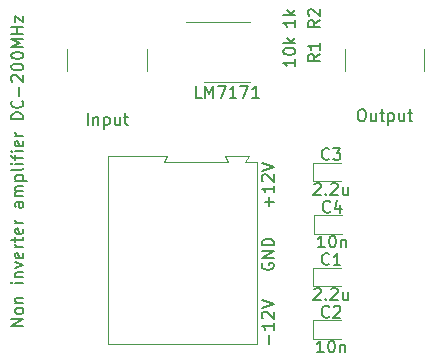
<source format=gbr>
%TF.GenerationSoftware,KiCad,Pcbnew,7.0.10*%
%TF.CreationDate,2024-06-28T18:16:17+02:00*%
%TF.ProjectId,lm7171opamp,6c6d3731-3731-46f7-9061-6d702e6b6963,rev?*%
%TF.SameCoordinates,Original*%
%TF.FileFunction,Legend,Top*%
%TF.FilePolarity,Positive*%
%FSLAX46Y46*%
G04 Gerber Fmt 4.6, Leading zero omitted, Abs format (unit mm)*
G04 Created by KiCad (PCBNEW 7.0.10) date 2024-06-28 18:16:17*
%MOMM*%
%LPD*%
G01*
G04 APERTURE LIST*
%ADD10C,0.150000*%
%ADD11C,0.120000*%
G04 APERTURE END LIST*
D10*
X82419819Y-96818220D02*
X81419819Y-96818220D01*
X81419819Y-96818220D02*
X82419819Y-96246792D01*
X82419819Y-96246792D02*
X81419819Y-96246792D01*
X82419819Y-95627744D02*
X82372200Y-95722982D01*
X82372200Y-95722982D02*
X82324580Y-95770601D01*
X82324580Y-95770601D02*
X82229342Y-95818220D01*
X82229342Y-95818220D02*
X81943628Y-95818220D01*
X81943628Y-95818220D02*
X81848390Y-95770601D01*
X81848390Y-95770601D02*
X81800771Y-95722982D01*
X81800771Y-95722982D02*
X81753152Y-95627744D01*
X81753152Y-95627744D02*
X81753152Y-95484887D01*
X81753152Y-95484887D02*
X81800771Y-95389649D01*
X81800771Y-95389649D02*
X81848390Y-95342030D01*
X81848390Y-95342030D02*
X81943628Y-95294411D01*
X81943628Y-95294411D02*
X82229342Y-95294411D01*
X82229342Y-95294411D02*
X82324580Y-95342030D01*
X82324580Y-95342030D02*
X82372200Y-95389649D01*
X82372200Y-95389649D02*
X82419819Y-95484887D01*
X82419819Y-95484887D02*
X82419819Y-95627744D01*
X81753152Y-94865839D02*
X82419819Y-94865839D01*
X81848390Y-94865839D02*
X81800771Y-94818220D01*
X81800771Y-94818220D02*
X81753152Y-94722982D01*
X81753152Y-94722982D02*
X81753152Y-94580125D01*
X81753152Y-94580125D02*
X81800771Y-94484887D01*
X81800771Y-94484887D02*
X81896009Y-94437268D01*
X81896009Y-94437268D02*
X82419819Y-94437268D01*
X82419819Y-93199172D02*
X81753152Y-93199172D01*
X81419819Y-93199172D02*
X81467438Y-93246791D01*
X81467438Y-93246791D02*
X81515057Y-93199172D01*
X81515057Y-93199172D02*
X81467438Y-93151553D01*
X81467438Y-93151553D02*
X81419819Y-93199172D01*
X81419819Y-93199172D02*
X81515057Y-93199172D01*
X81753152Y-92722982D02*
X82419819Y-92722982D01*
X81848390Y-92722982D02*
X81800771Y-92675363D01*
X81800771Y-92675363D02*
X81753152Y-92580125D01*
X81753152Y-92580125D02*
X81753152Y-92437268D01*
X81753152Y-92437268D02*
X81800771Y-92342030D01*
X81800771Y-92342030D02*
X81896009Y-92294411D01*
X81896009Y-92294411D02*
X82419819Y-92294411D01*
X81753152Y-91913458D02*
X82419819Y-91675363D01*
X82419819Y-91675363D02*
X81753152Y-91437268D01*
X82372200Y-90675363D02*
X82419819Y-90770601D01*
X82419819Y-90770601D02*
X82419819Y-90961077D01*
X82419819Y-90961077D02*
X82372200Y-91056315D01*
X82372200Y-91056315D02*
X82276961Y-91103934D01*
X82276961Y-91103934D02*
X81896009Y-91103934D01*
X81896009Y-91103934D02*
X81800771Y-91056315D01*
X81800771Y-91056315D02*
X81753152Y-90961077D01*
X81753152Y-90961077D02*
X81753152Y-90770601D01*
X81753152Y-90770601D02*
X81800771Y-90675363D01*
X81800771Y-90675363D02*
X81896009Y-90627744D01*
X81896009Y-90627744D02*
X81991247Y-90627744D01*
X81991247Y-90627744D02*
X82086485Y-91103934D01*
X82419819Y-90199172D02*
X81753152Y-90199172D01*
X81943628Y-90199172D02*
X81848390Y-90151553D01*
X81848390Y-90151553D02*
X81800771Y-90103934D01*
X81800771Y-90103934D02*
X81753152Y-90008696D01*
X81753152Y-90008696D02*
X81753152Y-89913458D01*
X81753152Y-89722981D02*
X81753152Y-89342029D01*
X81419819Y-89580124D02*
X82276961Y-89580124D01*
X82276961Y-89580124D02*
X82372200Y-89532505D01*
X82372200Y-89532505D02*
X82419819Y-89437267D01*
X82419819Y-89437267D02*
X82419819Y-89342029D01*
X82372200Y-88627743D02*
X82419819Y-88722981D01*
X82419819Y-88722981D02*
X82419819Y-88913457D01*
X82419819Y-88913457D02*
X82372200Y-89008695D01*
X82372200Y-89008695D02*
X82276961Y-89056314D01*
X82276961Y-89056314D02*
X81896009Y-89056314D01*
X81896009Y-89056314D02*
X81800771Y-89008695D01*
X81800771Y-89008695D02*
X81753152Y-88913457D01*
X81753152Y-88913457D02*
X81753152Y-88722981D01*
X81753152Y-88722981D02*
X81800771Y-88627743D01*
X81800771Y-88627743D02*
X81896009Y-88580124D01*
X81896009Y-88580124D02*
X81991247Y-88580124D01*
X81991247Y-88580124D02*
X82086485Y-89056314D01*
X82419819Y-88151552D02*
X81753152Y-88151552D01*
X81943628Y-88151552D02*
X81848390Y-88103933D01*
X81848390Y-88103933D02*
X81800771Y-88056314D01*
X81800771Y-88056314D02*
X81753152Y-87961076D01*
X81753152Y-87961076D02*
X81753152Y-87865838D01*
X82419819Y-86342028D02*
X81896009Y-86342028D01*
X81896009Y-86342028D02*
X81800771Y-86389647D01*
X81800771Y-86389647D02*
X81753152Y-86484885D01*
X81753152Y-86484885D02*
X81753152Y-86675361D01*
X81753152Y-86675361D02*
X81800771Y-86770599D01*
X82372200Y-86342028D02*
X82419819Y-86437266D01*
X82419819Y-86437266D02*
X82419819Y-86675361D01*
X82419819Y-86675361D02*
X82372200Y-86770599D01*
X82372200Y-86770599D02*
X82276961Y-86818218D01*
X82276961Y-86818218D02*
X82181723Y-86818218D01*
X82181723Y-86818218D02*
X82086485Y-86770599D01*
X82086485Y-86770599D02*
X82038866Y-86675361D01*
X82038866Y-86675361D02*
X82038866Y-86437266D01*
X82038866Y-86437266D02*
X81991247Y-86342028D01*
X82419819Y-85865837D02*
X81753152Y-85865837D01*
X81848390Y-85865837D02*
X81800771Y-85818218D01*
X81800771Y-85818218D02*
X81753152Y-85722980D01*
X81753152Y-85722980D02*
X81753152Y-85580123D01*
X81753152Y-85580123D02*
X81800771Y-85484885D01*
X81800771Y-85484885D02*
X81896009Y-85437266D01*
X81896009Y-85437266D02*
X82419819Y-85437266D01*
X81896009Y-85437266D02*
X81800771Y-85389647D01*
X81800771Y-85389647D02*
X81753152Y-85294409D01*
X81753152Y-85294409D02*
X81753152Y-85151552D01*
X81753152Y-85151552D02*
X81800771Y-85056313D01*
X81800771Y-85056313D02*
X81896009Y-85008694D01*
X81896009Y-85008694D02*
X82419819Y-85008694D01*
X81753152Y-84532504D02*
X82753152Y-84532504D01*
X81800771Y-84532504D02*
X81753152Y-84437266D01*
X81753152Y-84437266D02*
X81753152Y-84246790D01*
X81753152Y-84246790D02*
X81800771Y-84151552D01*
X81800771Y-84151552D02*
X81848390Y-84103933D01*
X81848390Y-84103933D02*
X81943628Y-84056314D01*
X81943628Y-84056314D02*
X82229342Y-84056314D01*
X82229342Y-84056314D02*
X82324580Y-84103933D01*
X82324580Y-84103933D02*
X82372200Y-84151552D01*
X82372200Y-84151552D02*
X82419819Y-84246790D01*
X82419819Y-84246790D02*
X82419819Y-84437266D01*
X82419819Y-84437266D02*
X82372200Y-84532504D01*
X82419819Y-83484885D02*
X82372200Y-83580123D01*
X82372200Y-83580123D02*
X82276961Y-83627742D01*
X82276961Y-83627742D02*
X81419819Y-83627742D01*
X82419819Y-83103932D02*
X81753152Y-83103932D01*
X81419819Y-83103932D02*
X81467438Y-83151551D01*
X81467438Y-83151551D02*
X81515057Y-83103932D01*
X81515057Y-83103932D02*
X81467438Y-83056313D01*
X81467438Y-83056313D02*
X81419819Y-83103932D01*
X81419819Y-83103932D02*
X81515057Y-83103932D01*
X81753152Y-82770599D02*
X81753152Y-82389647D01*
X82419819Y-82627742D02*
X81562676Y-82627742D01*
X81562676Y-82627742D02*
X81467438Y-82580123D01*
X81467438Y-82580123D02*
X81419819Y-82484885D01*
X81419819Y-82484885D02*
X81419819Y-82389647D01*
X82419819Y-82056313D02*
X81753152Y-82056313D01*
X81419819Y-82056313D02*
X81467438Y-82103932D01*
X81467438Y-82103932D02*
X81515057Y-82056313D01*
X81515057Y-82056313D02*
X81467438Y-82008694D01*
X81467438Y-82008694D02*
X81419819Y-82056313D01*
X81419819Y-82056313D02*
X81515057Y-82056313D01*
X82372200Y-81199171D02*
X82419819Y-81294409D01*
X82419819Y-81294409D02*
X82419819Y-81484885D01*
X82419819Y-81484885D02*
X82372200Y-81580123D01*
X82372200Y-81580123D02*
X82276961Y-81627742D01*
X82276961Y-81627742D02*
X81896009Y-81627742D01*
X81896009Y-81627742D02*
X81800771Y-81580123D01*
X81800771Y-81580123D02*
X81753152Y-81484885D01*
X81753152Y-81484885D02*
X81753152Y-81294409D01*
X81753152Y-81294409D02*
X81800771Y-81199171D01*
X81800771Y-81199171D02*
X81896009Y-81151552D01*
X81896009Y-81151552D02*
X81991247Y-81151552D01*
X81991247Y-81151552D02*
X82086485Y-81627742D01*
X82419819Y-80722980D02*
X81753152Y-80722980D01*
X81943628Y-80722980D02*
X81848390Y-80675361D01*
X81848390Y-80675361D02*
X81800771Y-80627742D01*
X81800771Y-80627742D02*
X81753152Y-80532504D01*
X81753152Y-80532504D02*
X81753152Y-80437266D01*
X82419819Y-79342027D02*
X81419819Y-79342027D01*
X81419819Y-79342027D02*
X81419819Y-79103932D01*
X81419819Y-79103932D02*
X81467438Y-78961075D01*
X81467438Y-78961075D02*
X81562676Y-78865837D01*
X81562676Y-78865837D02*
X81657914Y-78818218D01*
X81657914Y-78818218D02*
X81848390Y-78770599D01*
X81848390Y-78770599D02*
X81991247Y-78770599D01*
X81991247Y-78770599D02*
X82181723Y-78818218D01*
X82181723Y-78818218D02*
X82276961Y-78865837D01*
X82276961Y-78865837D02*
X82372200Y-78961075D01*
X82372200Y-78961075D02*
X82419819Y-79103932D01*
X82419819Y-79103932D02*
X82419819Y-79342027D01*
X82324580Y-77770599D02*
X82372200Y-77818218D01*
X82372200Y-77818218D02*
X82419819Y-77961075D01*
X82419819Y-77961075D02*
X82419819Y-78056313D01*
X82419819Y-78056313D02*
X82372200Y-78199170D01*
X82372200Y-78199170D02*
X82276961Y-78294408D01*
X82276961Y-78294408D02*
X82181723Y-78342027D01*
X82181723Y-78342027D02*
X81991247Y-78389646D01*
X81991247Y-78389646D02*
X81848390Y-78389646D01*
X81848390Y-78389646D02*
X81657914Y-78342027D01*
X81657914Y-78342027D02*
X81562676Y-78294408D01*
X81562676Y-78294408D02*
X81467438Y-78199170D01*
X81467438Y-78199170D02*
X81419819Y-78056313D01*
X81419819Y-78056313D02*
X81419819Y-77961075D01*
X81419819Y-77961075D02*
X81467438Y-77818218D01*
X81467438Y-77818218D02*
X81515057Y-77770599D01*
X82038866Y-77342027D02*
X82038866Y-76580123D01*
X81515057Y-76151551D02*
X81467438Y-76103932D01*
X81467438Y-76103932D02*
X81419819Y-76008694D01*
X81419819Y-76008694D02*
X81419819Y-75770599D01*
X81419819Y-75770599D02*
X81467438Y-75675361D01*
X81467438Y-75675361D02*
X81515057Y-75627742D01*
X81515057Y-75627742D02*
X81610295Y-75580123D01*
X81610295Y-75580123D02*
X81705533Y-75580123D01*
X81705533Y-75580123D02*
X81848390Y-75627742D01*
X81848390Y-75627742D02*
X82419819Y-76199170D01*
X82419819Y-76199170D02*
X82419819Y-75580123D01*
X81419819Y-74961075D02*
X81419819Y-74865837D01*
X81419819Y-74865837D02*
X81467438Y-74770599D01*
X81467438Y-74770599D02*
X81515057Y-74722980D01*
X81515057Y-74722980D02*
X81610295Y-74675361D01*
X81610295Y-74675361D02*
X81800771Y-74627742D01*
X81800771Y-74627742D02*
X82038866Y-74627742D01*
X82038866Y-74627742D02*
X82229342Y-74675361D01*
X82229342Y-74675361D02*
X82324580Y-74722980D01*
X82324580Y-74722980D02*
X82372200Y-74770599D01*
X82372200Y-74770599D02*
X82419819Y-74865837D01*
X82419819Y-74865837D02*
X82419819Y-74961075D01*
X82419819Y-74961075D02*
X82372200Y-75056313D01*
X82372200Y-75056313D02*
X82324580Y-75103932D01*
X82324580Y-75103932D02*
X82229342Y-75151551D01*
X82229342Y-75151551D02*
X82038866Y-75199170D01*
X82038866Y-75199170D02*
X81800771Y-75199170D01*
X81800771Y-75199170D02*
X81610295Y-75151551D01*
X81610295Y-75151551D02*
X81515057Y-75103932D01*
X81515057Y-75103932D02*
X81467438Y-75056313D01*
X81467438Y-75056313D02*
X81419819Y-74961075D01*
X81419819Y-74008694D02*
X81419819Y-73913456D01*
X81419819Y-73913456D02*
X81467438Y-73818218D01*
X81467438Y-73818218D02*
X81515057Y-73770599D01*
X81515057Y-73770599D02*
X81610295Y-73722980D01*
X81610295Y-73722980D02*
X81800771Y-73675361D01*
X81800771Y-73675361D02*
X82038866Y-73675361D01*
X82038866Y-73675361D02*
X82229342Y-73722980D01*
X82229342Y-73722980D02*
X82324580Y-73770599D01*
X82324580Y-73770599D02*
X82372200Y-73818218D01*
X82372200Y-73818218D02*
X82419819Y-73913456D01*
X82419819Y-73913456D02*
X82419819Y-74008694D01*
X82419819Y-74008694D02*
X82372200Y-74103932D01*
X82372200Y-74103932D02*
X82324580Y-74151551D01*
X82324580Y-74151551D02*
X82229342Y-74199170D01*
X82229342Y-74199170D02*
X82038866Y-74246789D01*
X82038866Y-74246789D02*
X81800771Y-74246789D01*
X81800771Y-74246789D02*
X81610295Y-74199170D01*
X81610295Y-74199170D02*
X81515057Y-74151551D01*
X81515057Y-74151551D02*
X81467438Y-74103932D01*
X81467438Y-74103932D02*
X81419819Y-74008694D01*
X82419819Y-73246789D02*
X81419819Y-73246789D01*
X81419819Y-73246789D02*
X82134104Y-72913456D01*
X82134104Y-72913456D02*
X81419819Y-72580123D01*
X81419819Y-72580123D02*
X82419819Y-72580123D01*
X82419819Y-72103932D02*
X81419819Y-72103932D01*
X81896009Y-72103932D02*
X81896009Y-71532504D01*
X82419819Y-71532504D02*
X81419819Y-71532504D01*
X81753152Y-71151551D02*
X81753152Y-70627742D01*
X81753152Y-70627742D02*
X82419819Y-71151551D01*
X82419819Y-71151551D02*
X82419819Y-70627742D01*
X107549819Y-73826666D02*
X107073628Y-74159999D01*
X107549819Y-74398094D02*
X106549819Y-74398094D01*
X106549819Y-74398094D02*
X106549819Y-74017142D01*
X106549819Y-74017142D02*
X106597438Y-73921904D01*
X106597438Y-73921904D02*
X106645057Y-73874285D01*
X106645057Y-73874285D02*
X106740295Y-73826666D01*
X106740295Y-73826666D02*
X106883152Y-73826666D01*
X106883152Y-73826666D02*
X106978390Y-73874285D01*
X106978390Y-73874285D02*
X107026009Y-73921904D01*
X107026009Y-73921904D02*
X107073628Y-74017142D01*
X107073628Y-74017142D02*
X107073628Y-74398094D01*
X107549819Y-72874285D02*
X107549819Y-73445713D01*
X107549819Y-73159999D02*
X106549819Y-73159999D01*
X106549819Y-73159999D02*
X106692676Y-73255237D01*
X106692676Y-73255237D02*
X106787914Y-73350475D01*
X106787914Y-73350475D02*
X106835533Y-73445713D01*
X105449819Y-74255238D02*
X105449819Y-74826666D01*
X105449819Y-74540952D02*
X104449819Y-74540952D01*
X104449819Y-74540952D02*
X104592676Y-74636190D01*
X104592676Y-74636190D02*
X104687914Y-74731428D01*
X104687914Y-74731428D02*
X104735533Y-74826666D01*
X104449819Y-73636190D02*
X104449819Y-73540952D01*
X104449819Y-73540952D02*
X104497438Y-73445714D01*
X104497438Y-73445714D02*
X104545057Y-73398095D01*
X104545057Y-73398095D02*
X104640295Y-73350476D01*
X104640295Y-73350476D02*
X104830771Y-73302857D01*
X104830771Y-73302857D02*
X105068866Y-73302857D01*
X105068866Y-73302857D02*
X105259342Y-73350476D01*
X105259342Y-73350476D02*
X105354580Y-73398095D01*
X105354580Y-73398095D02*
X105402200Y-73445714D01*
X105402200Y-73445714D02*
X105449819Y-73540952D01*
X105449819Y-73540952D02*
X105449819Y-73636190D01*
X105449819Y-73636190D02*
X105402200Y-73731428D01*
X105402200Y-73731428D02*
X105354580Y-73779047D01*
X105354580Y-73779047D02*
X105259342Y-73826666D01*
X105259342Y-73826666D02*
X105068866Y-73874285D01*
X105068866Y-73874285D02*
X104830771Y-73874285D01*
X104830771Y-73874285D02*
X104640295Y-73826666D01*
X104640295Y-73826666D02*
X104545057Y-73779047D01*
X104545057Y-73779047D02*
X104497438Y-73731428D01*
X104497438Y-73731428D02*
X104449819Y-73636190D01*
X105449819Y-72874285D02*
X104449819Y-72874285D01*
X105068866Y-72779047D02*
X105449819Y-72493333D01*
X104783152Y-72493333D02*
X105164104Y-72874285D01*
X108340833Y-96034580D02*
X108293214Y-96082200D01*
X108293214Y-96082200D02*
X108150357Y-96129819D01*
X108150357Y-96129819D02*
X108055119Y-96129819D01*
X108055119Y-96129819D02*
X107912262Y-96082200D01*
X107912262Y-96082200D02*
X107817024Y-95986961D01*
X107817024Y-95986961D02*
X107769405Y-95891723D01*
X107769405Y-95891723D02*
X107721786Y-95701247D01*
X107721786Y-95701247D02*
X107721786Y-95558390D01*
X107721786Y-95558390D02*
X107769405Y-95367914D01*
X107769405Y-95367914D02*
X107817024Y-95272676D01*
X107817024Y-95272676D02*
X107912262Y-95177438D01*
X107912262Y-95177438D02*
X108055119Y-95129819D01*
X108055119Y-95129819D02*
X108150357Y-95129819D01*
X108150357Y-95129819D02*
X108293214Y-95177438D01*
X108293214Y-95177438D02*
X108340833Y-95225057D01*
X108721786Y-95225057D02*
X108769405Y-95177438D01*
X108769405Y-95177438D02*
X108864643Y-95129819D01*
X108864643Y-95129819D02*
X109102738Y-95129819D01*
X109102738Y-95129819D02*
X109197976Y-95177438D01*
X109197976Y-95177438D02*
X109245595Y-95225057D01*
X109245595Y-95225057D02*
X109293214Y-95320295D01*
X109293214Y-95320295D02*
X109293214Y-95415533D01*
X109293214Y-95415533D02*
X109245595Y-95558390D01*
X109245595Y-95558390D02*
X108674167Y-96129819D01*
X108674167Y-96129819D02*
X109293214Y-96129819D01*
X107864642Y-99089819D02*
X107293214Y-99089819D01*
X107578928Y-99089819D02*
X107578928Y-98089819D01*
X107578928Y-98089819D02*
X107483690Y-98232676D01*
X107483690Y-98232676D02*
X107388452Y-98327914D01*
X107388452Y-98327914D02*
X107293214Y-98375533D01*
X108483690Y-98089819D02*
X108578928Y-98089819D01*
X108578928Y-98089819D02*
X108674166Y-98137438D01*
X108674166Y-98137438D02*
X108721785Y-98185057D01*
X108721785Y-98185057D02*
X108769404Y-98280295D01*
X108769404Y-98280295D02*
X108817023Y-98470771D01*
X108817023Y-98470771D02*
X108817023Y-98708866D01*
X108817023Y-98708866D02*
X108769404Y-98899342D01*
X108769404Y-98899342D02*
X108721785Y-98994580D01*
X108721785Y-98994580D02*
X108674166Y-99042200D01*
X108674166Y-99042200D02*
X108578928Y-99089819D01*
X108578928Y-99089819D02*
X108483690Y-99089819D01*
X108483690Y-99089819D02*
X108388452Y-99042200D01*
X108388452Y-99042200D02*
X108340833Y-98994580D01*
X108340833Y-98994580D02*
X108293214Y-98899342D01*
X108293214Y-98899342D02*
X108245595Y-98708866D01*
X108245595Y-98708866D02*
X108245595Y-98470771D01*
X108245595Y-98470771D02*
X108293214Y-98280295D01*
X108293214Y-98280295D02*
X108340833Y-98185057D01*
X108340833Y-98185057D02*
X108388452Y-98137438D01*
X108388452Y-98137438D02*
X108483690Y-98089819D01*
X109245595Y-98423152D02*
X109245595Y-99089819D01*
X109245595Y-98518390D02*
X109293214Y-98470771D01*
X109293214Y-98470771D02*
X109388452Y-98423152D01*
X109388452Y-98423152D02*
X109531309Y-98423152D01*
X109531309Y-98423152D02*
X109626547Y-98470771D01*
X109626547Y-98470771D02*
X109674166Y-98566009D01*
X109674166Y-98566009D02*
X109674166Y-99089819D01*
X97528333Y-77514819D02*
X97052143Y-77514819D01*
X97052143Y-77514819D02*
X97052143Y-76514819D01*
X97861667Y-77514819D02*
X97861667Y-76514819D01*
X97861667Y-76514819D02*
X98195000Y-77229104D01*
X98195000Y-77229104D02*
X98528333Y-76514819D01*
X98528333Y-76514819D02*
X98528333Y-77514819D01*
X98909286Y-76514819D02*
X99575952Y-76514819D01*
X99575952Y-76514819D02*
X99147381Y-77514819D01*
X100480714Y-77514819D02*
X99909286Y-77514819D01*
X100195000Y-77514819D02*
X100195000Y-76514819D01*
X100195000Y-76514819D02*
X100099762Y-76657676D01*
X100099762Y-76657676D02*
X100004524Y-76752914D01*
X100004524Y-76752914D02*
X99909286Y-76800533D01*
X100814048Y-76514819D02*
X101480714Y-76514819D01*
X101480714Y-76514819D02*
X101052143Y-77514819D01*
X102385476Y-77514819D02*
X101814048Y-77514819D01*
X102099762Y-77514819D02*
X102099762Y-76514819D01*
X102099762Y-76514819D02*
X102004524Y-76657676D01*
X102004524Y-76657676D02*
X101909286Y-76752914D01*
X101909286Y-76752914D02*
X101814048Y-76800533D01*
X108340833Y-82699580D02*
X108293214Y-82747200D01*
X108293214Y-82747200D02*
X108150357Y-82794819D01*
X108150357Y-82794819D02*
X108055119Y-82794819D01*
X108055119Y-82794819D02*
X107912262Y-82747200D01*
X107912262Y-82747200D02*
X107817024Y-82651961D01*
X107817024Y-82651961D02*
X107769405Y-82556723D01*
X107769405Y-82556723D02*
X107721786Y-82366247D01*
X107721786Y-82366247D02*
X107721786Y-82223390D01*
X107721786Y-82223390D02*
X107769405Y-82032914D01*
X107769405Y-82032914D02*
X107817024Y-81937676D01*
X107817024Y-81937676D02*
X107912262Y-81842438D01*
X107912262Y-81842438D02*
X108055119Y-81794819D01*
X108055119Y-81794819D02*
X108150357Y-81794819D01*
X108150357Y-81794819D02*
X108293214Y-81842438D01*
X108293214Y-81842438D02*
X108340833Y-81890057D01*
X108674167Y-81794819D02*
X109293214Y-81794819D01*
X109293214Y-81794819D02*
X108959881Y-82175771D01*
X108959881Y-82175771D02*
X109102738Y-82175771D01*
X109102738Y-82175771D02*
X109197976Y-82223390D01*
X109197976Y-82223390D02*
X109245595Y-82271009D01*
X109245595Y-82271009D02*
X109293214Y-82366247D01*
X109293214Y-82366247D02*
X109293214Y-82604342D01*
X109293214Y-82604342D02*
X109245595Y-82699580D01*
X109245595Y-82699580D02*
X109197976Y-82747200D01*
X109197976Y-82747200D02*
X109102738Y-82794819D01*
X109102738Y-82794819D02*
X108817024Y-82794819D01*
X108817024Y-82794819D02*
X108721786Y-82747200D01*
X108721786Y-82747200D02*
X108674167Y-82699580D01*
X107055119Y-84850057D02*
X107102738Y-84802438D01*
X107102738Y-84802438D02*
X107197976Y-84754819D01*
X107197976Y-84754819D02*
X107436071Y-84754819D01*
X107436071Y-84754819D02*
X107531309Y-84802438D01*
X107531309Y-84802438D02*
X107578928Y-84850057D01*
X107578928Y-84850057D02*
X107626547Y-84945295D01*
X107626547Y-84945295D02*
X107626547Y-85040533D01*
X107626547Y-85040533D02*
X107578928Y-85183390D01*
X107578928Y-85183390D02*
X107007500Y-85754819D01*
X107007500Y-85754819D02*
X107626547Y-85754819D01*
X108055119Y-85659580D02*
X108102738Y-85707200D01*
X108102738Y-85707200D02*
X108055119Y-85754819D01*
X108055119Y-85754819D02*
X108007500Y-85707200D01*
X108007500Y-85707200D02*
X108055119Y-85659580D01*
X108055119Y-85659580D02*
X108055119Y-85754819D01*
X108483690Y-84850057D02*
X108531309Y-84802438D01*
X108531309Y-84802438D02*
X108626547Y-84754819D01*
X108626547Y-84754819D02*
X108864642Y-84754819D01*
X108864642Y-84754819D02*
X108959880Y-84802438D01*
X108959880Y-84802438D02*
X109007499Y-84850057D01*
X109007499Y-84850057D02*
X109055118Y-84945295D01*
X109055118Y-84945295D02*
X109055118Y-85040533D01*
X109055118Y-85040533D02*
X109007499Y-85183390D01*
X109007499Y-85183390D02*
X108436071Y-85754819D01*
X108436071Y-85754819D02*
X109055118Y-85754819D01*
X109912261Y-85088152D02*
X109912261Y-85754819D01*
X109483690Y-85088152D02*
X109483690Y-85611961D01*
X109483690Y-85611961D02*
X109531309Y-85707200D01*
X109531309Y-85707200D02*
X109626547Y-85754819D01*
X109626547Y-85754819D02*
X109769404Y-85754819D01*
X109769404Y-85754819D02*
X109864642Y-85707200D01*
X109864642Y-85707200D02*
X109912261Y-85659580D01*
X103258866Y-98346428D02*
X103258866Y-97584524D01*
X103639819Y-96584524D02*
X103639819Y-97155952D01*
X103639819Y-96870238D02*
X102639819Y-96870238D01*
X102639819Y-96870238D02*
X102782676Y-96965476D01*
X102782676Y-96965476D02*
X102877914Y-97060714D01*
X102877914Y-97060714D02*
X102925533Y-97155952D01*
X102735057Y-96203571D02*
X102687438Y-96155952D01*
X102687438Y-96155952D02*
X102639819Y-96060714D01*
X102639819Y-96060714D02*
X102639819Y-95822619D01*
X102639819Y-95822619D02*
X102687438Y-95727381D01*
X102687438Y-95727381D02*
X102735057Y-95679762D01*
X102735057Y-95679762D02*
X102830295Y-95632143D01*
X102830295Y-95632143D02*
X102925533Y-95632143D01*
X102925533Y-95632143D02*
X103068390Y-95679762D01*
X103068390Y-95679762D02*
X103639819Y-96251190D01*
X103639819Y-96251190D02*
X103639819Y-95632143D01*
X102639819Y-95346428D02*
X103639819Y-95013095D01*
X103639819Y-95013095D02*
X102639819Y-94679762D01*
X102687438Y-91536904D02*
X102639819Y-91632142D01*
X102639819Y-91632142D02*
X102639819Y-91774999D01*
X102639819Y-91774999D02*
X102687438Y-91917856D01*
X102687438Y-91917856D02*
X102782676Y-92013094D01*
X102782676Y-92013094D02*
X102877914Y-92060713D01*
X102877914Y-92060713D02*
X103068390Y-92108332D01*
X103068390Y-92108332D02*
X103211247Y-92108332D01*
X103211247Y-92108332D02*
X103401723Y-92060713D01*
X103401723Y-92060713D02*
X103496961Y-92013094D01*
X103496961Y-92013094D02*
X103592200Y-91917856D01*
X103592200Y-91917856D02*
X103639819Y-91774999D01*
X103639819Y-91774999D02*
X103639819Y-91679761D01*
X103639819Y-91679761D02*
X103592200Y-91536904D01*
X103592200Y-91536904D02*
X103544580Y-91489285D01*
X103544580Y-91489285D02*
X103211247Y-91489285D01*
X103211247Y-91489285D02*
X103211247Y-91679761D01*
X103639819Y-91060713D02*
X102639819Y-91060713D01*
X102639819Y-91060713D02*
X103639819Y-90489285D01*
X103639819Y-90489285D02*
X102639819Y-90489285D01*
X103639819Y-90013094D02*
X102639819Y-90013094D01*
X102639819Y-90013094D02*
X102639819Y-89774999D01*
X102639819Y-89774999D02*
X102687438Y-89632142D01*
X102687438Y-89632142D02*
X102782676Y-89536904D01*
X102782676Y-89536904D02*
X102877914Y-89489285D01*
X102877914Y-89489285D02*
X103068390Y-89441666D01*
X103068390Y-89441666D02*
X103211247Y-89441666D01*
X103211247Y-89441666D02*
X103401723Y-89489285D01*
X103401723Y-89489285D02*
X103496961Y-89536904D01*
X103496961Y-89536904D02*
X103592200Y-89632142D01*
X103592200Y-89632142D02*
X103639819Y-89774999D01*
X103639819Y-89774999D02*
X103639819Y-90013094D01*
X103258866Y-86727379D02*
X103258866Y-85965475D01*
X103639819Y-86346427D02*
X102877914Y-86346427D01*
X103639819Y-84965475D02*
X103639819Y-85536903D01*
X103639819Y-85251189D02*
X102639819Y-85251189D01*
X102639819Y-85251189D02*
X102782676Y-85346427D01*
X102782676Y-85346427D02*
X102877914Y-85441665D01*
X102877914Y-85441665D02*
X102925533Y-85536903D01*
X102735057Y-84584522D02*
X102687438Y-84536903D01*
X102687438Y-84536903D02*
X102639819Y-84441665D01*
X102639819Y-84441665D02*
X102639819Y-84203570D01*
X102639819Y-84203570D02*
X102687438Y-84108332D01*
X102687438Y-84108332D02*
X102735057Y-84060713D01*
X102735057Y-84060713D02*
X102830295Y-84013094D01*
X102830295Y-84013094D02*
X102925533Y-84013094D01*
X102925533Y-84013094D02*
X103068390Y-84060713D01*
X103068390Y-84060713D02*
X103639819Y-84632141D01*
X103639819Y-84632141D02*
X103639819Y-84013094D01*
X102639819Y-83727379D02*
X103639819Y-83394046D01*
X103639819Y-83394046D02*
X102639819Y-83060713D01*
X87892143Y-79829819D02*
X87892143Y-78829819D01*
X88368333Y-79163152D02*
X88368333Y-79829819D01*
X88368333Y-79258390D02*
X88415952Y-79210771D01*
X88415952Y-79210771D02*
X88511190Y-79163152D01*
X88511190Y-79163152D02*
X88654047Y-79163152D01*
X88654047Y-79163152D02*
X88749285Y-79210771D01*
X88749285Y-79210771D02*
X88796904Y-79306009D01*
X88796904Y-79306009D02*
X88796904Y-79829819D01*
X89273095Y-79163152D02*
X89273095Y-80163152D01*
X89273095Y-79210771D02*
X89368333Y-79163152D01*
X89368333Y-79163152D02*
X89558809Y-79163152D01*
X89558809Y-79163152D02*
X89654047Y-79210771D01*
X89654047Y-79210771D02*
X89701666Y-79258390D01*
X89701666Y-79258390D02*
X89749285Y-79353628D01*
X89749285Y-79353628D02*
X89749285Y-79639342D01*
X89749285Y-79639342D02*
X89701666Y-79734580D01*
X89701666Y-79734580D02*
X89654047Y-79782200D01*
X89654047Y-79782200D02*
X89558809Y-79829819D01*
X89558809Y-79829819D02*
X89368333Y-79829819D01*
X89368333Y-79829819D02*
X89273095Y-79782200D01*
X90606428Y-79163152D02*
X90606428Y-79829819D01*
X90177857Y-79163152D02*
X90177857Y-79686961D01*
X90177857Y-79686961D02*
X90225476Y-79782200D01*
X90225476Y-79782200D02*
X90320714Y-79829819D01*
X90320714Y-79829819D02*
X90463571Y-79829819D01*
X90463571Y-79829819D02*
X90558809Y-79782200D01*
X90558809Y-79782200D02*
X90606428Y-79734580D01*
X90939762Y-79163152D02*
X91320714Y-79163152D01*
X91082619Y-78829819D02*
X91082619Y-79686961D01*
X91082619Y-79686961D02*
X91130238Y-79782200D01*
X91130238Y-79782200D02*
X91225476Y-79829819D01*
X91225476Y-79829819D02*
X91320714Y-79829819D01*
X107549819Y-70966666D02*
X107073628Y-71299999D01*
X107549819Y-71538094D02*
X106549819Y-71538094D01*
X106549819Y-71538094D02*
X106549819Y-71157142D01*
X106549819Y-71157142D02*
X106597438Y-71061904D01*
X106597438Y-71061904D02*
X106645057Y-71014285D01*
X106645057Y-71014285D02*
X106740295Y-70966666D01*
X106740295Y-70966666D02*
X106883152Y-70966666D01*
X106883152Y-70966666D02*
X106978390Y-71014285D01*
X106978390Y-71014285D02*
X107026009Y-71061904D01*
X107026009Y-71061904D02*
X107073628Y-71157142D01*
X107073628Y-71157142D02*
X107073628Y-71538094D01*
X106645057Y-70585713D02*
X106597438Y-70538094D01*
X106597438Y-70538094D02*
X106549819Y-70442856D01*
X106549819Y-70442856D02*
X106549819Y-70204761D01*
X106549819Y-70204761D02*
X106597438Y-70109523D01*
X106597438Y-70109523D02*
X106645057Y-70061904D01*
X106645057Y-70061904D02*
X106740295Y-70014285D01*
X106740295Y-70014285D02*
X106835533Y-70014285D01*
X106835533Y-70014285D02*
X106978390Y-70061904D01*
X106978390Y-70061904D02*
X107549819Y-70633332D01*
X107549819Y-70633332D02*
X107549819Y-70014285D01*
X105449819Y-70919047D02*
X105449819Y-71490475D01*
X105449819Y-71204761D02*
X104449819Y-71204761D01*
X104449819Y-71204761D02*
X104592676Y-71299999D01*
X104592676Y-71299999D02*
X104687914Y-71395237D01*
X104687914Y-71395237D02*
X104735533Y-71490475D01*
X105449819Y-70490475D02*
X104449819Y-70490475D01*
X105068866Y-70395237D02*
X105449819Y-70109523D01*
X104783152Y-70109523D02*
X105164104Y-70490475D01*
X108340833Y-91589580D02*
X108293214Y-91637200D01*
X108293214Y-91637200D02*
X108150357Y-91684819D01*
X108150357Y-91684819D02*
X108055119Y-91684819D01*
X108055119Y-91684819D02*
X107912262Y-91637200D01*
X107912262Y-91637200D02*
X107817024Y-91541961D01*
X107817024Y-91541961D02*
X107769405Y-91446723D01*
X107769405Y-91446723D02*
X107721786Y-91256247D01*
X107721786Y-91256247D02*
X107721786Y-91113390D01*
X107721786Y-91113390D02*
X107769405Y-90922914D01*
X107769405Y-90922914D02*
X107817024Y-90827676D01*
X107817024Y-90827676D02*
X107912262Y-90732438D01*
X107912262Y-90732438D02*
X108055119Y-90684819D01*
X108055119Y-90684819D02*
X108150357Y-90684819D01*
X108150357Y-90684819D02*
X108293214Y-90732438D01*
X108293214Y-90732438D02*
X108340833Y-90780057D01*
X109293214Y-91684819D02*
X108721786Y-91684819D01*
X109007500Y-91684819D02*
X109007500Y-90684819D01*
X109007500Y-90684819D02*
X108912262Y-90827676D01*
X108912262Y-90827676D02*
X108817024Y-90922914D01*
X108817024Y-90922914D02*
X108721786Y-90970533D01*
X107055119Y-93740057D02*
X107102738Y-93692438D01*
X107102738Y-93692438D02*
X107197976Y-93644819D01*
X107197976Y-93644819D02*
X107436071Y-93644819D01*
X107436071Y-93644819D02*
X107531309Y-93692438D01*
X107531309Y-93692438D02*
X107578928Y-93740057D01*
X107578928Y-93740057D02*
X107626547Y-93835295D01*
X107626547Y-93835295D02*
X107626547Y-93930533D01*
X107626547Y-93930533D02*
X107578928Y-94073390D01*
X107578928Y-94073390D02*
X107007500Y-94644819D01*
X107007500Y-94644819D02*
X107626547Y-94644819D01*
X108055119Y-94549580D02*
X108102738Y-94597200D01*
X108102738Y-94597200D02*
X108055119Y-94644819D01*
X108055119Y-94644819D02*
X108007500Y-94597200D01*
X108007500Y-94597200D02*
X108055119Y-94549580D01*
X108055119Y-94549580D02*
X108055119Y-94644819D01*
X108483690Y-93740057D02*
X108531309Y-93692438D01*
X108531309Y-93692438D02*
X108626547Y-93644819D01*
X108626547Y-93644819D02*
X108864642Y-93644819D01*
X108864642Y-93644819D02*
X108959880Y-93692438D01*
X108959880Y-93692438D02*
X109007499Y-93740057D01*
X109007499Y-93740057D02*
X109055118Y-93835295D01*
X109055118Y-93835295D02*
X109055118Y-93930533D01*
X109055118Y-93930533D02*
X109007499Y-94073390D01*
X109007499Y-94073390D02*
X108436071Y-94644819D01*
X108436071Y-94644819D02*
X109055118Y-94644819D01*
X109912261Y-93978152D02*
X109912261Y-94644819D01*
X109483690Y-93978152D02*
X109483690Y-94501961D01*
X109483690Y-94501961D02*
X109531309Y-94597200D01*
X109531309Y-94597200D02*
X109626547Y-94644819D01*
X109626547Y-94644819D02*
X109769404Y-94644819D01*
X109769404Y-94644819D02*
X109864642Y-94597200D01*
X109864642Y-94597200D02*
X109912261Y-94549580D01*
X108418333Y-87144580D02*
X108370714Y-87192200D01*
X108370714Y-87192200D02*
X108227857Y-87239819D01*
X108227857Y-87239819D02*
X108132619Y-87239819D01*
X108132619Y-87239819D02*
X107989762Y-87192200D01*
X107989762Y-87192200D02*
X107894524Y-87096961D01*
X107894524Y-87096961D02*
X107846905Y-87001723D01*
X107846905Y-87001723D02*
X107799286Y-86811247D01*
X107799286Y-86811247D02*
X107799286Y-86668390D01*
X107799286Y-86668390D02*
X107846905Y-86477914D01*
X107846905Y-86477914D02*
X107894524Y-86382676D01*
X107894524Y-86382676D02*
X107989762Y-86287438D01*
X107989762Y-86287438D02*
X108132619Y-86239819D01*
X108132619Y-86239819D02*
X108227857Y-86239819D01*
X108227857Y-86239819D02*
X108370714Y-86287438D01*
X108370714Y-86287438D02*
X108418333Y-86335057D01*
X109275476Y-86573152D02*
X109275476Y-87239819D01*
X109037381Y-86192200D02*
X108799286Y-86906485D01*
X108799286Y-86906485D02*
X109418333Y-86906485D01*
X107942142Y-90199819D02*
X107370714Y-90199819D01*
X107656428Y-90199819D02*
X107656428Y-89199819D01*
X107656428Y-89199819D02*
X107561190Y-89342676D01*
X107561190Y-89342676D02*
X107465952Y-89437914D01*
X107465952Y-89437914D02*
X107370714Y-89485533D01*
X108561190Y-89199819D02*
X108656428Y-89199819D01*
X108656428Y-89199819D02*
X108751666Y-89247438D01*
X108751666Y-89247438D02*
X108799285Y-89295057D01*
X108799285Y-89295057D02*
X108846904Y-89390295D01*
X108846904Y-89390295D02*
X108894523Y-89580771D01*
X108894523Y-89580771D02*
X108894523Y-89818866D01*
X108894523Y-89818866D02*
X108846904Y-90009342D01*
X108846904Y-90009342D02*
X108799285Y-90104580D01*
X108799285Y-90104580D02*
X108751666Y-90152200D01*
X108751666Y-90152200D02*
X108656428Y-90199819D01*
X108656428Y-90199819D02*
X108561190Y-90199819D01*
X108561190Y-90199819D02*
X108465952Y-90152200D01*
X108465952Y-90152200D02*
X108418333Y-90104580D01*
X108418333Y-90104580D02*
X108370714Y-90009342D01*
X108370714Y-90009342D02*
X108323095Y-89818866D01*
X108323095Y-89818866D02*
X108323095Y-89580771D01*
X108323095Y-89580771D02*
X108370714Y-89390295D01*
X108370714Y-89390295D02*
X108418333Y-89295057D01*
X108418333Y-89295057D02*
X108465952Y-89247438D01*
X108465952Y-89247438D02*
X108561190Y-89199819D01*
X109323095Y-89533152D02*
X109323095Y-90199819D01*
X109323095Y-89628390D02*
X109370714Y-89580771D01*
X109370714Y-89580771D02*
X109465952Y-89533152D01*
X109465952Y-89533152D02*
X109608809Y-89533152D01*
X109608809Y-89533152D02*
X109704047Y-89580771D01*
X109704047Y-89580771D02*
X109751666Y-89676009D01*
X109751666Y-89676009D02*
X109751666Y-90199819D01*
X111006190Y-78499819D02*
X111196666Y-78499819D01*
X111196666Y-78499819D02*
X111291904Y-78547438D01*
X111291904Y-78547438D02*
X111387142Y-78642676D01*
X111387142Y-78642676D02*
X111434761Y-78833152D01*
X111434761Y-78833152D02*
X111434761Y-79166485D01*
X111434761Y-79166485D02*
X111387142Y-79356961D01*
X111387142Y-79356961D02*
X111291904Y-79452200D01*
X111291904Y-79452200D02*
X111196666Y-79499819D01*
X111196666Y-79499819D02*
X111006190Y-79499819D01*
X111006190Y-79499819D02*
X110910952Y-79452200D01*
X110910952Y-79452200D02*
X110815714Y-79356961D01*
X110815714Y-79356961D02*
X110768095Y-79166485D01*
X110768095Y-79166485D02*
X110768095Y-78833152D01*
X110768095Y-78833152D02*
X110815714Y-78642676D01*
X110815714Y-78642676D02*
X110910952Y-78547438D01*
X110910952Y-78547438D02*
X111006190Y-78499819D01*
X112291904Y-78833152D02*
X112291904Y-79499819D01*
X111863333Y-78833152D02*
X111863333Y-79356961D01*
X111863333Y-79356961D02*
X111910952Y-79452200D01*
X111910952Y-79452200D02*
X112006190Y-79499819D01*
X112006190Y-79499819D02*
X112149047Y-79499819D01*
X112149047Y-79499819D02*
X112244285Y-79452200D01*
X112244285Y-79452200D02*
X112291904Y-79404580D01*
X112625238Y-78833152D02*
X113006190Y-78833152D01*
X112768095Y-78499819D02*
X112768095Y-79356961D01*
X112768095Y-79356961D02*
X112815714Y-79452200D01*
X112815714Y-79452200D02*
X112910952Y-79499819D01*
X112910952Y-79499819D02*
X113006190Y-79499819D01*
X113339524Y-78833152D02*
X113339524Y-79833152D01*
X113339524Y-78880771D02*
X113434762Y-78833152D01*
X113434762Y-78833152D02*
X113625238Y-78833152D01*
X113625238Y-78833152D02*
X113720476Y-78880771D01*
X113720476Y-78880771D02*
X113768095Y-78928390D01*
X113768095Y-78928390D02*
X113815714Y-79023628D01*
X113815714Y-79023628D02*
X113815714Y-79309342D01*
X113815714Y-79309342D02*
X113768095Y-79404580D01*
X113768095Y-79404580D02*
X113720476Y-79452200D01*
X113720476Y-79452200D02*
X113625238Y-79499819D01*
X113625238Y-79499819D02*
X113434762Y-79499819D01*
X113434762Y-79499819D02*
X113339524Y-79452200D01*
X114672857Y-78833152D02*
X114672857Y-79499819D01*
X114244286Y-78833152D02*
X114244286Y-79356961D01*
X114244286Y-79356961D02*
X114291905Y-79452200D01*
X114291905Y-79452200D02*
X114387143Y-79499819D01*
X114387143Y-79499819D02*
X114530000Y-79499819D01*
X114530000Y-79499819D02*
X114625238Y-79452200D01*
X114625238Y-79452200D02*
X114672857Y-79404580D01*
X115006191Y-78833152D02*
X115387143Y-78833152D01*
X115149048Y-78499819D02*
X115149048Y-79356961D01*
X115149048Y-79356961D02*
X115196667Y-79452200D01*
X115196667Y-79452200D02*
X115291905Y-79499819D01*
X115291905Y-79499819D02*
X115387143Y-79499819D01*
D11*
%TO.C,C2*%
X106997500Y-96370000D02*
X106997500Y-97940000D01*
X106997500Y-97940000D02*
X109307500Y-97940000D01*
X109307500Y-96370000D02*
X106997500Y-96370000D01*
%TO.C,U1*%
X99695000Y-71100000D02*
X96245000Y-71100000D01*
X99695000Y-71100000D02*
X101645000Y-71100000D01*
X99695000Y-76220000D02*
X97745000Y-76220000D01*
X99695000Y-76220000D02*
X101645000Y-76220000D01*
%TO.C,C3*%
X106997500Y-83035000D02*
X106997500Y-84605000D01*
X106997500Y-84605000D02*
X109307500Y-84605000D01*
X109307500Y-83035000D02*
X106997500Y-83035000D01*
%TO.C,J3*%
X89585000Y-98375000D02*
X102185000Y-98375000D01*
X102185000Y-98375000D02*
X102185000Y-82975000D01*
X94385000Y-82975000D02*
X94635000Y-82475000D01*
X99785000Y-82975000D02*
X94385000Y-82975000D01*
X101235000Y-82975000D02*
X101535000Y-82475000D01*
X102185000Y-82975000D02*
X101235000Y-82975000D01*
X89585000Y-82475000D02*
X89585000Y-98375000D01*
X94635000Y-82475000D02*
X89585000Y-82475000D01*
X99535000Y-82475000D02*
X99785000Y-82975000D01*
X101535000Y-82475000D02*
X99535000Y-82475000D01*
%TO.C,J1*%
X86180000Y-73355000D02*
X86180000Y-75235000D01*
X92890000Y-73355000D02*
X92890000Y-75235000D01*
%TO.C,C1*%
X106997500Y-91925000D02*
X106997500Y-93495000D01*
X106997500Y-93495000D02*
X109307500Y-93495000D01*
X109307500Y-91925000D02*
X106997500Y-91925000D01*
%TO.C,C4*%
X107075000Y-87480000D02*
X107075000Y-89050000D01*
X107075000Y-89050000D02*
X109385000Y-89050000D01*
X109385000Y-87480000D02*
X107075000Y-87480000D01*
%TO.C,J2*%
X109675000Y-73355000D02*
X109675000Y-75235000D01*
X116385000Y-73355000D02*
X116385000Y-75235000D01*
%TD*%
M02*

</source>
